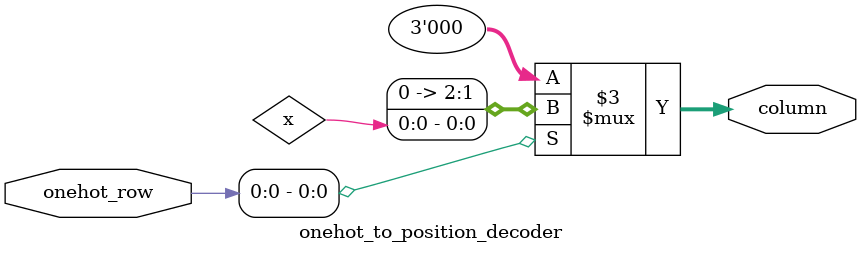
<source format=v>
module onehot_to_position_decoder (
    onehot_row,
    column
);
    input [0:7] onehot_row;
    output reg [0:2] column;

    always @(onehot_row) begin
        casex (onehot_row)
            7'b1xxxxxxx: column = 0;
            7'b01xxxxxx: column = 1;
            7'b001xxxxx: column = 2;
            7'b0001xxxx: column = 3;
            7'b00001xxx: column = 4;
            7'b000001xx: column = 5;
            7'b0000001x: column = 6;
            7'b00000001: column = 7;
            default: column = x;
        endcase
    end
    
endmodule
</source>
